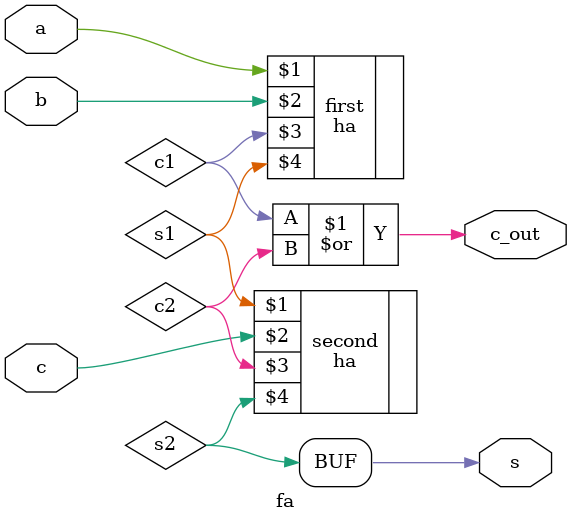
<source format=v>
module fa(a, b, c,s, c_out);
input a,b,c;
output s,c_out;
ha first(a,b,c1,s1);
ha second(s1,c,c2,s2);
assign s=s2;
assign c_out= c1 | c2;
endmodule


</source>
